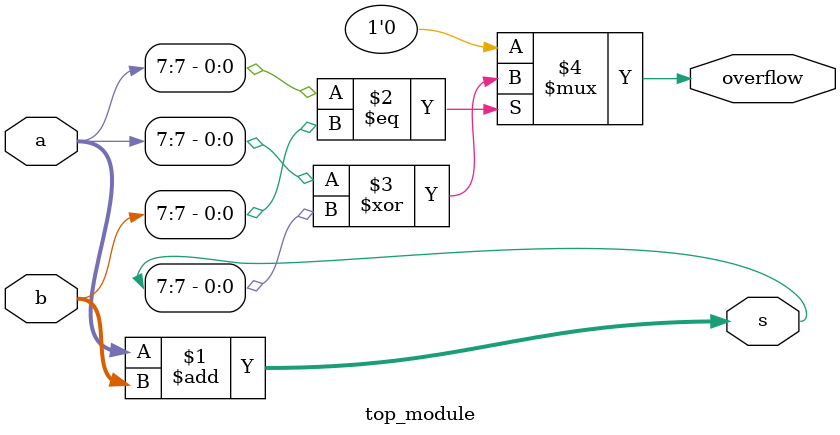
<source format=v>
module top_module (
    input [7:0] a,
    input [7:0] b,
    output [7:0] s,
    output overflow
); //
 
    assign s = a+b;
    assign overflow = (a[7]==b[7])? a[7]^s[7] : 1'b0;

endmodule
</source>
